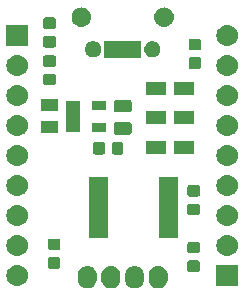
<source format=gts>
G04 #@! TF.GenerationSoftware,KiCad,Pcbnew,(5.1.2)-1*
G04 #@! TF.CreationDate,2020-01-01T10:54:38+09:00*
G04 #@! TF.ProjectId,converter,636f6e76-6572-4746-9572-2e6b69636164,v1.0*
G04 #@! TF.SameCoordinates,Original*
G04 #@! TF.FileFunction,Soldermask,Top*
G04 #@! TF.FilePolarity,Negative*
%FSLAX46Y46*%
G04 Gerber Fmt 4.6, Leading zero omitted, Abs format (unit mm)*
G04 Created by KiCad (PCBNEW (5.1.2)-1) date 2020-01-01 10:54:38*
%MOMM*%
%LPD*%
G04 APERTURE LIST*
%ADD10C,0.100000*%
G04 APERTURE END LIST*
D10*
G36*
X111159376Y-149060764D02*
G01*
X111312525Y-149107221D01*
X111312630Y-149107253D01*
X111453863Y-149182744D01*
X111577659Y-149284341D01*
X111679256Y-149408137D01*
X111754747Y-149549370D01*
X111754748Y-149549373D01*
X111801236Y-149702625D01*
X111813000Y-149822068D01*
X111813000Y-150177933D01*
X111801236Y-150297376D01*
X111781332Y-150362991D01*
X111754747Y-150450630D01*
X111679256Y-150591863D01*
X111577659Y-150715659D01*
X111453863Y-150817256D01*
X111312629Y-150892747D01*
X111312626Y-150892748D01*
X111159375Y-150939236D01*
X111000000Y-150954933D01*
X110840624Y-150939236D01*
X110687373Y-150892748D01*
X110687370Y-150892747D01*
X110546137Y-150817256D01*
X110422341Y-150715659D01*
X110320744Y-150591863D01*
X110245253Y-150450629D01*
X110245252Y-150450626D01*
X110198764Y-150297375D01*
X110190921Y-150217746D01*
X110187000Y-150177933D01*
X110187000Y-149822066D01*
X110198764Y-149702626D01*
X110198764Y-149702624D01*
X110245252Y-149549373D01*
X110245253Y-149549370D01*
X110320744Y-149408137D01*
X110422341Y-149284341D01*
X110546137Y-149182744D01*
X110687371Y-149107253D01*
X110687476Y-149107221D01*
X110840625Y-149060764D01*
X111000000Y-149045067D01*
X111159376Y-149060764D01*
X111159376Y-149060764D01*
G37*
G36*
X107159376Y-149060764D02*
G01*
X107312525Y-149107221D01*
X107312630Y-149107253D01*
X107453863Y-149182744D01*
X107577659Y-149284341D01*
X107679256Y-149408137D01*
X107754747Y-149549370D01*
X107754748Y-149549373D01*
X107801236Y-149702625D01*
X107813000Y-149822068D01*
X107813000Y-150177933D01*
X107801236Y-150297376D01*
X107781332Y-150362991D01*
X107754747Y-150450630D01*
X107679256Y-150591863D01*
X107577659Y-150715659D01*
X107453863Y-150817256D01*
X107312629Y-150892747D01*
X107312626Y-150892748D01*
X107159375Y-150939236D01*
X107000000Y-150954933D01*
X106840624Y-150939236D01*
X106687373Y-150892748D01*
X106687370Y-150892747D01*
X106546137Y-150817256D01*
X106422341Y-150715659D01*
X106320744Y-150591863D01*
X106245253Y-150450629D01*
X106245252Y-150450626D01*
X106198764Y-150297375D01*
X106190921Y-150217746D01*
X106187000Y-150177933D01*
X106187000Y-149822066D01*
X106198764Y-149702626D01*
X106198764Y-149702624D01*
X106245252Y-149549373D01*
X106245253Y-149549370D01*
X106320744Y-149408137D01*
X106422341Y-149284341D01*
X106546137Y-149182744D01*
X106687371Y-149107253D01*
X106687476Y-149107221D01*
X106840625Y-149060764D01*
X107000000Y-149045067D01*
X107159376Y-149060764D01*
X107159376Y-149060764D01*
G37*
G36*
X105159376Y-149060764D02*
G01*
X105312525Y-149107221D01*
X105312630Y-149107253D01*
X105453863Y-149182744D01*
X105577659Y-149284341D01*
X105679256Y-149408137D01*
X105754747Y-149549370D01*
X105754748Y-149549373D01*
X105801236Y-149702625D01*
X105813000Y-149822068D01*
X105813000Y-150177933D01*
X105801236Y-150297376D01*
X105781332Y-150362991D01*
X105754747Y-150450630D01*
X105679256Y-150591863D01*
X105577659Y-150715659D01*
X105453863Y-150817256D01*
X105312629Y-150892747D01*
X105312626Y-150892748D01*
X105159375Y-150939236D01*
X105000000Y-150954933D01*
X104840624Y-150939236D01*
X104687373Y-150892748D01*
X104687370Y-150892747D01*
X104546137Y-150817256D01*
X104422341Y-150715659D01*
X104320744Y-150591863D01*
X104245253Y-150450629D01*
X104245252Y-150450626D01*
X104198764Y-150297375D01*
X104190921Y-150217746D01*
X104187000Y-150177933D01*
X104187000Y-149822066D01*
X104198764Y-149702626D01*
X104198764Y-149702624D01*
X104245252Y-149549373D01*
X104245253Y-149549370D01*
X104320744Y-149408137D01*
X104422341Y-149284341D01*
X104546137Y-149182744D01*
X104687371Y-149107253D01*
X104687476Y-149107221D01*
X104840625Y-149060764D01*
X105000000Y-149045067D01*
X105159376Y-149060764D01*
X105159376Y-149060764D01*
G37*
G36*
X109159376Y-149060764D02*
G01*
X109312525Y-149107221D01*
X109312630Y-149107253D01*
X109453863Y-149182744D01*
X109577659Y-149284341D01*
X109679256Y-149408137D01*
X109754747Y-149549370D01*
X109754748Y-149549373D01*
X109801236Y-149702625D01*
X109813000Y-149822068D01*
X109813000Y-150177933D01*
X109801236Y-150297376D01*
X109781332Y-150362991D01*
X109754747Y-150450630D01*
X109679256Y-150591863D01*
X109577659Y-150715659D01*
X109453863Y-150817256D01*
X109312629Y-150892747D01*
X109312626Y-150892748D01*
X109159375Y-150939236D01*
X109000000Y-150954933D01*
X108840624Y-150939236D01*
X108687373Y-150892748D01*
X108687370Y-150892747D01*
X108546137Y-150817256D01*
X108422341Y-150715659D01*
X108320744Y-150591863D01*
X108245253Y-150450629D01*
X108245252Y-150450626D01*
X108198764Y-150297375D01*
X108190921Y-150217746D01*
X108187000Y-150177933D01*
X108187000Y-149822066D01*
X108198764Y-149702626D01*
X108198764Y-149702624D01*
X108245252Y-149549373D01*
X108245253Y-149549370D01*
X108320744Y-149408137D01*
X108422341Y-149284341D01*
X108546137Y-149182744D01*
X108687371Y-149107253D01*
X108687476Y-149107221D01*
X108840625Y-149060764D01*
X109000000Y-149045067D01*
X109159376Y-149060764D01*
X109159376Y-149060764D01*
G37*
G36*
X117741000Y-150761000D02*
G01*
X115939000Y-150761000D01*
X115939000Y-148959000D01*
X117741000Y-148959000D01*
X117741000Y-150761000D01*
X117741000Y-150761000D01*
G37*
G36*
X99170443Y-148965519D02*
G01*
X99236627Y-148972037D01*
X99406466Y-149023557D01*
X99562991Y-149107222D01*
X99598729Y-149136552D01*
X99700186Y-149219814D01*
X99781790Y-149319250D01*
X99812778Y-149357009D01*
X99896443Y-149513534D01*
X99947963Y-149683373D01*
X99965359Y-149860000D01*
X99947963Y-150036627D01*
X99896443Y-150206466D01*
X99812778Y-150362991D01*
X99783448Y-150398729D01*
X99700186Y-150500186D01*
X99598729Y-150583448D01*
X99562991Y-150612778D01*
X99406466Y-150696443D01*
X99236627Y-150747963D01*
X99170443Y-150754481D01*
X99104260Y-150761000D01*
X99015740Y-150761000D01*
X98949557Y-150754481D01*
X98883373Y-150747963D01*
X98713534Y-150696443D01*
X98557009Y-150612778D01*
X98521271Y-150583448D01*
X98419814Y-150500186D01*
X98336552Y-150398729D01*
X98307222Y-150362991D01*
X98223557Y-150206466D01*
X98172037Y-150036627D01*
X98154641Y-149860000D01*
X98172037Y-149683373D01*
X98223557Y-149513534D01*
X98307222Y-149357009D01*
X98338210Y-149319250D01*
X98419814Y-149219814D01*
X98521271Y-149136552D01*
X98557009Y-149107222D01*
X98713534Y-149023557D01*
X98883373Y-148972037D01*
X98949557Y-148965519D01*
X99015740Y-148959000D01*
X99104260Y-148959000D01*
X99170443Y-148965519D01*
X99170443Y-148965519D01*
G37*
G36*
X114379591Y-148590585D02*
G01*
X114413569Y-148600893D01*
X114444890Y-148617634D01*
X114472339Y-148640161D01*
X114494866Y-148667610D01*
X114511607Y-148698931D01*
X114521915Y-148732909D01*
X114526000Y-148774390D01*
X114526000Y-149375610D01*
X114521915Y-149417091D01*
X114511607Y-149451069D01*
X114494866Y-149482390D01*
X114472339Y-149509839D01*
X114444890Y-149532366D01*
X114413569Y-149549107D01*
X114379591Y-149559415D01*
X114338110Y-149563500D01*
X113661890Y-149563500D01*
X113620409Y-149559415D01*
X113586431Y-149549107D01*
X113555110Y-149532366D01*
X113527661Y-149509839D01*
X113505134Y-149482390D01*
X113488393Y-149451069D01*
X113478085Y-149417091D01*
X113474000Y-149375610D01*
X113474000Y-148774390D01*
X113478085Y-148732909D01*
X113488393Y-148698931D01*
X113505134Y-148667610D01*
X113527661Y-148640161D01*
X113555110Y-148617634D01*
X113586431Y-148600893D01*
X113620409Y-148590585D01*
X113661890Y-148586500D01*
X114338110Y-148586500D01*
X114379591Y-148590585D01*
X114379591Y-148590585D01*
G37*
G36*
X102579591Y-148315085D02*
G01*
X102613569Y-148325393D01*
X102644890Y-148342134D01*
X102672339Y-148364661D01*
X102694866Y-148392110D01*
X102711607Y-148423431D01*
X102721915Y-148457409D01*
X102726000Y-148498890D01*
X102726000Y-149100110D01*
X102721915Y-149141591D01*
X102711607Y-149175569D01*
X102694866Y-149206890D01*
X102672339Y-149234339D01*
X102644890Y-149256866D01*
X102613569Y-149273607D01*
X102579591Y-149283915D01*
X102538110Y-149288000D01*
X101861890Y-149288000D01*
X101820409Y-149283915D01*
X101786431Y-149273607D01*
X101755110Y-149256866D01*
X101727661Y-149234339D01*
X101705134Y-149206890D01*
X101688393Y-149175569D01*
X101678085Y-149141591D01*
X101674000Y-149100110D01*
X101674000Y-148498890D01*
X101678085Y-148457409D01*
X101688393Y-148423431D01*
X101705134Y-148392110D01*
X101727661Y-148364661D01*
X101755110Y-148342134D01*
X101786431Y-148325393D01*
X101820409Y-148315085D01*
X101861890Y-148311000D01*
X102538110Y-148311000D01*
X102579591Y-148315085D01*
X102579591Y-148315085D01*
G37*
G36*
X99170442Y-146425518D02*
G01*
X99236627Y-146432037D01*
X99406466Y-146483557D01*
X99562991Y-146567222D01*
X99598729Y-146596552D01*
X99700186Y-146679814D01*
X99780078Y-146777164D01*
X99812778Y-146817009D01*
X99896443Y-146973534D01*
X99947963Y-147143373D01*
X99965359Y-147320000D01*
X99947963Y-147496627D01*
X99906931Y-147631890D01*
X99896442Y-147666468D01*
X99881508Y-147694408D01*
X99812778Y-147822991D01*
X99800690Y-147837720D01*
X99700186Y-147960186D01*
X99598729Y-148043448D01*
X99562991Y-148072778D01*
X99406466Y-148156443D01*
X99236627Y-148207963D01*
X99170442Y-148214482D01*
X99104260Y-148221000D01*
X99015740Y-148221000D01*
X98949558Y-148214482D01*
X98883373Y-148207963D01*
X98713534Y-148156443D01*
X98557009Y-148072778D01*
X98521271Y-148043448D01*
X98419814Y-147960186D01*
X98319310Y-147837720D01*
X98307222Y-147822991D01*
X98238492Y-147694408D01*
X98223558Y-147666468D01*
X98213069Y-147631890D01*
X98172037Y-147496627D01*
X98154641Y-147320000D01*
X98172037Y-147143373D01*
X98223557Y-146973534D01*
X98307222Y-146817009D01*
X98339922Y-146777164D01*
X98419814Y-146679814D01*
X98521271Y-146596552D01*
X98557009Y-146567222D01*
X98713534Y-146483557D01*
X98883373Y-146432037D01*
X98949558Y-146425518D01*
X99015740Y-146419000D01*
X99104260Y-146419000D01*
X99170442Y-146425518D01*
X99170442Y-146425518D01*
G37*
G36*
X116950442Y-146425518D02*
G01*
X117016627Y-146432037D01*
X117186466Y-146483557D01*
X117342991Y-146567222D01*
X117378729Y-146596552D01*
X117480186Y-146679814D01*
X117560078Y-146777164D01*
X117592778Y-146817009D01*
X117676443Y-146973534D01*
X117727963Y-147143373D01*
X117745359Y-147320000D01*
X117727963Y-147496627D01*
X117686931Y-147631890D01*
X117676442Y-147666468D01*
X117661508Y-147694408D01*
X117592778Y-147822991D01*
X117580690Y-147837720D01*
X117480186Y-147960186D01*
X117378729Y-148043448D01*
X117342991Y-148072778D01*
X117186466Y-148156443D01*
X117016627Y-148207963D01*
X116950442Y-148214482D01*
X116884260Y-148221000D01*
X116795740Y-148221000D01*
X116729558Y-148214482D01*
X116663373Y-148207963D01*
X116493534Y-148156443D01*
X116337009Y-148072778D01*
X116301271Y-148043448D01*
X116199814Y-147960186D01*
X116099310Y-147837720D01*
X116087222Y-147822991D01*
X116018492Y-147694408D01*
X116003558Y-147666468D01*
X115993069Y-147631890D01*
X115952037Y-147496627D01*
X115934641Y-147320000D01*
X115952037Y-147143373D01*
X116003557Y-146973534D01*
X116087222Y-146817009D01*
X116119922Y-146777164D01*
X116199814Y-146679814D01*
X116301271Y-146596552D01*
X116337009Y-146567222D01*
X116493534Y-146483557D01*
X116663373Y-146432037D01*
X116729558Y-146425518D01*
X116795740Y-146419000D01*
X116884260Y-146419000D01*
X116950442Y-146425518D01*
X116950442Y-146425518D01*
G37*
G36*
X114379591Y-147015585D02*
G01*
X114413569Y-147025893D01*
X114444890Y-147042634D01*
X114472339Y-147065161D01*
X114494866Y-147092610D01*
X114511607Y-147123931D01*
X114521915Y-147157909D01*
X114526000Y-147199390D01*
X114526000Y-147800610D01*
X114521915Y-147842091D01*
X114511607Y-147876069D01*
X114494866Y-147907390D01*
X114472339Y-147934839D01*
X114444890Y-147957366D01*
X114413569Y-147974107D01*
X114379591Y-147984415D01*
X114338110Y-147988500D01*
X113661890Y-147988500D01*
X113620409Y-147984415D01*
X113586431Y-147974107D01*
X113555110Y-147957366D01*
X113527661Y-147934839D01*
X113505134Y-147907390D01*
X113488393Y-147876069D01*
X113478085Y-147842091D01*
X113474000Y-147800610D01*
X113474000Y-147199390D01*
X113478085Y-147157909D01*
X113488393Y-147123931D01*
X113505134Y-147092610D01*
X113527661Y-147065161D01*
X113555110Y-147042634D01*
X113586431Y-147025893D01*
X113620409Y-147015585D01*
X113661890Y-147011500D01*
X114338110Y-147011500D01*
X114379591Y-147015585D01*
X114379591Y-147015585D01*
G37*
G36*
X102579591Y-146740085D02*
G01*
X102613569Y-146750393D01*
X102644890Y-146767134D01*
X102672339Y-146789661D01*
X102694866Y-146817110D01*
X102711607Y-146848431D01*
X102721915Y-146882409D01*
X102726000Y-146923890D01*
X102726000Y-147525110D01*
X102721915Y-147566591D01*
X102711607Y-147600569D01*
X102694866Y-147631890D01*
X102672339Y-147659339D01*
X102644890Y-147681866D01*
X102613569Y-147698607D01*
X102579591Y-147708915D01*
X102538110Y-147713000D01*
X101861890Y-147713000D01*
X101820409Y-147708915D01*
X101786431Y-147698607D01*
X101755110Y-147681866D01*
X101727661Y-147659339D01*
X101705134Y-147631890D01*
X101688393Y-147600569D01*
X101678085Y-147566591D01*
X101674000Y-147525110D01*
X101674000Y-146923890D01*
X101678085Y-146882409D01*
X101688393Y-146848431D01*
X101705134Y-146817110D01*
X101727661Y-146789661D01*
X101755110Y-146767134D01*
X101786431Y-146750393D01*
X101820409Y-146740085D01*
X101861890Y-146736000D01*
X102538110Y-146736000D01*
X102579591Y-146740085D01*
X102579591Y-146740085D01*
G37*
G36*
X106751000Y-146651000D02*
G01*
X105149000Y-146651000D01*
X105149000Y-141549000D01*
X106751000Y-141549000D01*
X106751000Y-146651000D01*
X106751000Y-146651000D01*
G37*
G36*
X112651000Y-146651000D02*
G01*
X111049000Y-146651000D01*
X111049000Y-141549000D01*
X112651000Y-141549000D01*
X112651000Y-146651000D01*
X112651000Y-146651000D01*
G37*
G36*
X116950443Y-143885519D02*
G01*
X117016627Y-143892037D01*
X117186466Y-143943557D01*
X117186468Y-143943558D01*
X117261379Y-143983599D01*
X117342991Y-144027222D01*
X117371964Y-144051000D01*
X117480186Y-144139814D01*
X117563448Y-144241271D01*
X117592778Y-144277009D01*
X117676443Y-144433534D01*
X117727963Y-144603373D01*
X117745359Y-144780000D01*
X117727963Y-144956627D01*
X117676443Y-145126466D01*
X117592778Y-145282991D01*
X117563448Y-145318729D01*
X117480186Y-145420186D01*
X117378729Y-145503448D01*
X117342991Y-145532778D01*
X117186466Y-145616443D01*
X117016627Y-145667963D01*
X116950443Y-145674481D01*
X116884260Y-145681000D01*
X116795740Y-145681000D01*
X116729557Y-145674481D01*
X116663373Y-145667963D01*
X116493534Y-145616443D01*
X116337009Y-145532778D01*
X116301271Y-145503448D01*
X116199814Y-145420186D01*
X116116552Y-145318729D01*
X116087222Y-145282991D01*
X116003557Y-145126466D01*
X115952037Y-144956627D01*
X115934641Y-144780000D01*
X115952037Y-144603373D01*
X116003557Y-144433534D01*
X116087222Y-144277009D01*
X116116552Y-144241271D01*
X116199814Y-144139814D01*
X116308036Y-144051000D01*
X116337009Y-144027222D01*
X116418621Y-143983599D01*
X116493532Y-143943558D01*
X116493534Y-143943557D01*
X116663373Y-143892037D01*
X116729557Y-143885519D01*
X116795740Y-143879000D01*
X116884260Y-143879000D01*
X116950443Y-143885519D01*
X116950443Y-143885519D01*
G37*
G36*
X99170443Y-143885519D02*
G01*
X99236627Y-143892037D01*
X99406466Y-143943557D01*
X99406468Y-143943558D01*
X99481379Y-143983599D01*
X99562991Y-144027222D01*
X99591964Y-144051000D01*
X99700186Y-144139814D01*
X99783448Y-144241271D01*
X99812778Y-144277009D01*
X99896443Y-144433534D01*
X99947963Y-144603373D01*
X99965359Y-144780000D01*
X99947963Y-144956627D01*
X99896443Y-145126466D01*
X99812778Y-145282991D01*
X99783448Y-145318729D01*
X99700186Y-145420186D01*
X99598729Y-145503448D01*
X99562991Y-145532778D01*
X99406466Y-145616443D01*
X99236627Y-145667963D01*
X99170443Y-145674481D01*
X99104260Y-145681000D01*
X99015740Y-145681000D01*
X98949557Y-145674481D01*
X98883373Y-145667963D01*
X98713534Y-145616443D01*
X98557009Y-145532778D01*
X98521271Y-145503448D01*
X98419814Y-145420186D01*
X98336552Y-145318729D01*
X98307222Y-145282991D01*
X98223557Y-145126466D01*
X98172037Y-144956627D01*
X98154641Y-144780000D01*
X98172037Y-144603373D01*
X98223557Y-144433534D01*
X98307222Y-144277009D01*
X98336552Y-144241271D01*
X98419814Y-144139814D01*
X98528036Y-144051000D01*
X98557009Y-144027222D01*
X98638621Y-143983599D01*
X98713532Y-143943558D01*
X98713534Y-143943557D01*
X98883373Y-143892037D01*
X98949557Y-143885519D01*
X99015740Y-143879000D01*
X99104260Y-143879000D01*
X99170443Y-143885519D01*
X99170443Y-143885519D01*
G37*
G36*
X114379591Y-143791085D02*
G01*
X114413569Y-143801393D01*
X114444890Y-143818134D01*
X114472339Y-143840661D01*
X114494866Y-143868110D01*
X114511607Y-143899431D01*
X114521915Y-143933409D01*
X114526000Y-143974890D01*
X114526000Y-144576110D01*
X114521915Y-144617591D01*
X114511607Y-144651569D01*
X114494866Y-144682890D01*
X114472339Y-144710339D01*
X114444890Y-144732866D01*
X114413569Y-144749607D01*
X114379591Y-144759915D01*
X114338110Y-144764000D01*
X113661890Y-144764000D01*
X113620409Y-144759915D01*
X113586431Y-144749607D01*
X113555110Y-144732866D01*
X113527661Y-144710339D01*
X113505134Y-144682890D01*
X113488393Y-144651569D01*
X113478085Y-144617591D01*
X113474000Y-144576110D01*
X113474000Y-143974890D01*
X113478085Y-143933409D01*
X113488393Y-143899431D01*
X113505134Y-143868110D01*
X113527661Y-143840661D01*
X113555110Y-143818134D01*
X113586431Y-143801393D01*
X113620409Y-143791085D01*
X113661890Y-143787000D01*
X114338110Y-143787000D01*
X114379591Y-143791085D01*
X114379591Y-143791085D01*
G37*
G36*
X114379591Y-142216085D02*
G01*
X114413569Y-142226393D01*
X114444890Y-142243134D01*
X114472339Y-142265661D01*
X114494866Y-142293110D01*
X114511607Y-142324431D01*
X114521915Y-142358409D01*
X114526000Y-142399890D01*
X114526000Y-143001110D01*
X114521915Y-143042591D01*
X114511607Y-143076569D01*
X114494866Y-143107890D01*
X114472339Y-143135339D01*
X114444890Y-143157866D01*
X114413569Y-143174607D01*
X114379591Y-143184915D01*
X114338110Y-143189000D01*
X113661890Y-143189000D01*
X113620409Y-143184915D01*
X113586431Y-143174607D01*
X113555110Y-143157866D01*
X113527661Y-143135339D01*
X113505134Y-143107890D01*
X113488393Y-143076569D01*
X113478085Y-143042591D01*
X113474000Y-143001110D01*
X113474000Y-142399890D01*
X113478085Y-142358409D01*
X113488393Y-142324431D01*
X113505134Y-142293110D01*
X113527661Y-142265661D01*
X113555110Y-142243134D01*
X113586431Y-142226393D01*
X113620409Y-142216085D01*
X113661890Y-142212000D01*
X114338110Y-142212000D01*
X114379591Y-142216085D01*
X114379591Y-142216085D01*
G37*
G36*
X116950442Y-141345518D02*
G01*
X117016627Y-141352037D01*
X117186466Y-141403557D01*
X117342991Y-141487222D01*
X117378729Y-141516552D01*
X117480186Y-141599814D01*
X117563448Y-141701271D01*
X117592778Y-141737009D01*
X117676443Y-141893534D01*
X117727963Y-142063373D01*
X117745359Y-142240000D01*
X117727963Y-142416627D01*
X117676443Y-142586466D01*
X117592778Y-142742991D01*
X117586205Y-142751000D01*
X117480186Y-142880186D01*
X117401513Y-142944750D01*
X117342991Y-142992778D01*
X117186466Y-143076443D01*
X117016627Y-143127963D01*
X116950443Y-143134481D01*
X116884260Y-143141000D01*
X116795740Y-143141000D01*
X116729557Y-143134481D01*
X116663373Y-143127963D01*
X116493534Y-143076443D01*
X116337009Y-142992778D01*
X116278487Y-142944750D01*
X116199814Y-142880186D01*
X116093795Y-142751000D01*
X116087222Y-142742991D01*
X116003557Y-142586466D01*
X115952037Y-142416627D01*
X115934641Y-142240000D01*
X115952037Y-142063373D01*
X116003557Y-141893534D01*
X116087222Y-141737009D01*
X116116552Y-141701271D01*
X116199814Y-141599814D01*
X116301271Y-141516552D01*
X116337009Y-141487222D01*
X116493534Y-141403557D01*
X116663373Y-141352037D01*
X116729558Y-141345518D01*
X116795740Y-141339000D01*
X116884260Y-141339000D01*
X116950442Y-141345518D01*
X116950442Y-141345518D01*
G37*
G36*
X99170442Y-141345518D02*
G01*
X99236627Y-141352037D01*
X99406466Y-141403557D01*
X99562991Y-141487222D01*
X99598729Y-141516552D01*
X99700186Y-141599814D01*
X99783448Y-141701271D01*
X99812778Y-141737009D01*
X99896443Y-141893534D01*
X99947963Y-142063373D01*
X99965359Y-142240000D01*
X99947963Y-142416627D01*
X99896443Y-142586466D01*
X99812778Y-142742991D01*
X99806205Y-142751000D01*
X99700186Y-142880186D01*
X99621513Y-142944750D01*
X99562991Y-142992778D01*
X99406466Y-143076443D01*
X99236627Y-143127963D01*
X99170443Y-143134481D01*
X99104260Y-143141000D01*
X99015740Y-143141000D01*
X98949557Y-143134481D01*
X98883373Y-143127963D01*
X98713534Y-143076443D01*
X98557009Y-142992778D01*
X98498487Y-142944750D01*
X98419814Y-142880186D01*
X98313795Y-142751000D01*
X98307222Y-142742991D01*
X98223557Y-142586466D01*
X98172037Y-142416627D01*
X98154641Y-142240000D01*
X98172037Y-142063373D01*
X98223557Y-141893534D01*
X98307222Y-141737009D01*
X98336552Y-141701271D01*
X98419814Y-141599814D01*
X98521271Y-141516552D01*
X98557009Y-141487222D01*
X98713534Y-141403557D01*
X98883373Y-141352037D01*
X98949558Y-141345518D01*
X99015740Y-141339000D01*
X99104260Y-141339000D01*
X99170442Y-141345518D01*
X99170442Y-141345518D01*
G37*
G36*
X99170442Y-138805518D02*
G01*
X99236627Y-138812037D01*
X99406466Y-138863557D01*
X99562991Y-138947222D01*
X99598729Y-138976552D01*
X99700186Y-139059814D01*
X99783448Y-139161271D01*
X99812778Y-139197009D01*
X99896443Y-139353534D01*
X99947963Y-139523373D01*
X99965359Y-139700000D01*
X99947963Y-139876627D01*
X99896443Y-140046466D01*
X99812778Y-140202991D01*
X99783448Y-140238729D01*
X99700186Y-140340186D01*
X99598729Y-140423448D01*
X99562991Y-140452778D01*
X99406466Y-140536443D01*
X99236627Y-140587963D01*
X99170442Y-140594482D01*
X99104260Y-140601000D01*
X99015740Y-140601000D01*
X98949558Y-140594482D01*
X98883373Y-140587963D01*
X98713534Y-140536443D01*
X98557009Y-140452778D01*
X98521271Y-140423448D01*
X98419814Y-140340186D01*
X98336552Y-140238729D01*
X98307222Y-140202991D01*
X98223557Y-140046466D01*
X98172037Y-139876627D01*
X98154641Y-139700000D01*
X98172037Y-139523373D01*
X98223557Y-139353534D01*
X98307222Y-139197009D01*
X98336552Y-139161271D01*
X98419814Y-139059814D01*
X98521271Y-138976552D01*
X98557009Y-138947222D01*
X98713534Y-138863557D01*
X98883373Y-138812037D01*
X98949558Y-138805518D01*
X99015740Y-138799000D01*
X99104260Y-138799000D01*
X99170442Y-138805518D01*
X99170442Y-138805518D01*
G37*
G36*
X116950442Y-138805518D02*
G01*
X117016627Y-138812037D01*
X117186466Y-138863557D01*
X117342991Y-138947222D01*
X117378729Y-138976552D01*
X117480186Y-139059814D01*
X117563448Y-139161271D01*
X117592778Y-139197009D01*
X117676443Y-139353534D01*
X117727963Y-139523373D01*
X117745359Y-139700000D01*
X117727963Y-139876627D01*
X117676443Y-140046466D01*
X117592778Y-140202991D01*
X117563448Y-140238729D01*
X117480186Y-140340186D01*
X117378729Y-140423448D01*
X117342991Y-140452778D01*
X117186466Y-140536443D01*
X117016627Y-140587963D01*
X116950442Y-140594482D01*
X116884260Y-140601000D01*
X116795740Y-140601000D01*
X116729558Y-140594482D01*
X116663373Y-140587963D01*
X116493534Y-140536443D01*
X116337009Y-140452778D01*
X116301271Y-140423448D01*
X116199814Y-140340186D01*
X116116552Y-140238729D01*
X116087222Y-140202991D01*
X116003557Y-140046466D01*
X115952037Y-139876627D01*
X115934641Y-139700000D01*
X115952037Y-139523373D01*
X116003557Y-139353534D01*
X116087222Y-139197009D01*
X116116552Y-139161271D01*
X116199814Y-139059814D01*
X116301271Y-138976552D01*
X116337009Y-138947222D01*
X116493534Y-138863557D01*
X116663373Y-138812037D01*
X116729558Y-138805518D01*
X116795740Y-138799000D01*
X116884260Y-138799000D01*
X116950442Y-138805518D01*
X116950442Y-138805518D01*
G37*
G36*
X106342591Y-138578085D02*
G01*
X106376569Y-138588393D01*
X106407890Y-138605134D01*
X106435339Y-138627661D01*
X106457866Y-138655110D01*
X106474607Y-138686431D01*
X106484915Y-138720409D01*
X106489000Y-138761890D01*
X106489000Y-139438110D01*
X106484915Y-139479591D01*
X106474607Y-139513569D01*
X106457866Y-139544890D01*
X106435339Y-139572339D01*
X106407890Y-139594866D01*
X106376569Y-139611607D01*
X106342591Y-139621915D01*
X106301110Y-139626000D01*
X105699890Y-139626000D01*
X105658409Y-139621915D01*
X105624431Y-139611607D01*
X105593110Y-139594866D01*
X105565661Y-139572339D01*
X105543134Y-139544890D01*
X105526393Y-139513569D01*
X105516085Y-139479591D01*
X105512000Y-139438110D01*
X105512000Y-138761890D01*
X105516085Y-138720409D01*
X105526393Y-138686431D01*
X105543134Y-138655110D01*
X105565661Y-138627661D01*
X105593110Y-138605134D01*
X105624431Y-138588393D01*
X105658409Y-138578085D01*
X105699890Y-138574000D01*
X106301110Y-138574000D01*
X106342591Y-138578085D01*
X106342591Y-138578085D01*
G37*
G36*
X107917591Y-138578085D02*
G01*
X107951569Y-138588393D01*
X107982890Y-138605134D01*
X108010339Y-138627661D01*
X108032866Y-138655110D01*
X108049607Y-138686431D01*
X108059915Y-138720409D01*
X108064000Y-138761890D01*
X108064000Y-139438110D01*
X108059915Y-139479591D01*
X108049607Y-139513569D01*
X108032866Y-139544890D01*
X108010339Y-139572339D01*
X107982890Y-139594866D01*
X107951569Y-139611607D01*
X107917591Y-139621915D01*
X107876110Y-139626000D01*
X107274890Y-139626000D01*
X107233409Y-139621915D01*
X107199431Y-139611607D01*
X107168110Y-139594866D01*
X107140661Y-139572339D01*
X107118134Y-139544890D01*
X107101393Y-139513569D01*
X107091085Y-139479591D01*
X107087000Y-139438110D01*
X107087000Y-138761890D01*
X107091085Y-138720409D01*
X107101393Y-138686431D01*
X107118134Y-138655110D01*
X107140661Y-138627661D01*
X107168110Y-138605134D01*
X107199431Y-138588393D01*
X107233409Y-138578085D01*
X107274890Y-138574000D01*
X107876110Y-138574000D01*
X107917591Y-138578085D01*
X107917591Y-138578085D01*
G37*
G36*
X111651000Y-139551000D02*
G01*
X109949000Y-139551000D01*
X109949000Y-138449000D01*
X111651000Y-138449000D01*
X111651000Y-139551000D01*
X111651000Y-139551000D01*
G37*
G36*
X114051000Y-139551000D02*
G01*
X112349000Y-139551000D01*
X112349000Y-138449000D01*
X114051000Y-138449000D01*
X114051000Y-139551000D01*
X114051000Y-139551000D01*
G37*
G36*
X116950443Y-136265519D02*
G01*
X117016627Y-136272037D01*
X117186466Y-136323557D01*
X117342991Y-136407222D01*
X117378729Y-136436552D01*
X117480186Y-136519814D01*
X117563448Y-136621271D01*
X117592778Y-136657009D01*
X117592779Y-136657011D01*
X117672618Y-136806377D01*
X117676443Y-136813534D01*
X117727963Y-136983373D01*
X117745359Y-137160000D01*
X117727963Y-137336627D01*
X117676443Y-137506466D01*
X117592778Y-137662991D01*
X117585821Y-137671468D01*
X117480186Y-137800186D01*
X117408350Y-137859139D01*
X117342991Y-137912778D01*
X117186466Y-137996443D01*
X117016627Y-138047963D01*
X116950442Y-138054482D01*
X116884260Y-138061000D01*
X116795740Y-138061000D01*
X116729558Y-138054482D01*
X116663373Y-138047963D01*
X116493534Y-137996443D01*
X116337009Y-137912778D01*
X116271650Y-137859139D01*
X116199814Y-137800186D01*
X116094179Y-137671468D01*
X116087222Y-137662991D01*
X116003557Y-137506466D01*
X115952037Y-137336627D01*
X115934641Y-137160000D01*
X115952037Y-136983373D01*
X116003557Y-136813534D01*
X116007383Y-136806377D01*
X116087221Y-136657011D01*
X116087222Y-136657009D01*
X116116552Y-136621271D01*
X116199814Y-136519814D01*
X116301271Y-136436552D01*
X116337009Y-136407222D01*
X116493534Y-136323557D01*
X116663373Y-136272037D01*
X116729557Y-136265519D01*
X116795740Y-136259000D01*
X116884260Y-136259000D01*
X116950443Y-136265519D01*
X116950443Y-136265519D01*
G37*
G36*
X99170443Y-136265519D02*
G01*
X99236627Y-136272037D01*
X99406466Y-136323557D01*
X99562991Y-136407222D01*
X99598729Y-136436552D01*
X99700186Y-136519814D01*
X99783448Y-136621271D01*
X99812778Y-136657009D01*
X99812779Y-136657011D01*
X99892618Y-136806377D01*
X99896443Y-136813534D01*
X99947963Y-136983373D01*
X99965359Y-137160000D01*
X99947963Y-137336627D01*
X99896443Y-137506466D01*
X99812778Y-137662991D01*
X99805821Y-137671468D01*
X99700186Y-137800186D01*
X99628350Y-137859139D01*
X99562991Y-137912778D01*
X99406466Y-137996443D01*
X99236627Y-138047963D01*
X99170442Y-138054482D01*
X99104260Y-138061000D01*
X99015740Y-138061000D01*
X98949558Y-138054482D01*
X98883373Y-138047963D01*
X98713534Y-137996443D01*
X98557009Y-137912778D01*
X98491650Y-137859139D01*
X98419814Y-137800186D01*
X98314179Y-137671468D01*
X98307222Y-137662991D01*
X98223557Y-137506466D01*
X98172037Y-137336627D01*
X98154641Y-137160000D01*
X98172037Y-136983373D01*
X98223557Y-136813534D01*
X98227383Y-136806377D01*
X98307221Y-136657011D01*
X98307222Y-136657009D01*
X98336552Y-136621271D01*
X98419814Y-136519814D01*
X98521271Y-136436552D01*
X98557009Y-136407222D01*
X98713534Y-136323557D01*
X98883373Y-136272037D01*
X98949557Y-136265519D01*
X99015740Y-136259000D01*
X99104260Y-136259000D01*
X99170443Y-136265519D01*
X99170443Y-136265519D01*
G37*
G36*
X108584468Y-136865565D02*
G01*
X108623138Y-136877296D01*
X108658777Y-136896346D01*
X108690017Y-136921983D01*
X108715654Y-136953223D01*
X108734704Y-136988862D01*
X108746435Y-137027532D01*
X108751000Y-137073888D01*
X108751000Y-137725112D01*
X108746435Y-137771468D01*
X108734704Y-137810138D01*
X108715654Y-137845777D01*
X108690017Y-137877017D01*
X108658777Y-137902654D01*
X108623138Y-137921704D01*
X108584468Y-137933435D01*
X108538112Y-137938000D01*
X107461888Y-137938000D01*
X107415532Y-137933435D01*
X107376862Y-137921704D01*
X107341223Y-137902654D01*
X107309983Y-137877017D01*
X107284346Y-137845777D01*
X107265296Y-137810138D01*
X107253565Y-137771468D01*
X107249000Y-137725112D01*
X107249000Y-137073888D01*
X107253565Y-137027532D01*
X107265296Y-136988862D01*
X107284346Y-136953223D01*
X107309983Y-136921983D01*
X107341223Y-136896346D01*
X107376862Y-136877296D01*
X107415532Y-136865565D01*
X107461888Y-136861000D01*
X108538112Y-136861000D01*
X108584468Y-136865565D01*
X108584468Y-136865565D01*
G37*
G36*
X102384468Y-136765565D02*
G01*
X102423138Y-136777296D01*
X102458777Y-136796346D01*
X102490017Y-136821983D01*
X102515654Y-136853223D01*
X102534704Y-136888862D01*
X102546435Y-136927532D01*
X102551000Y-136973888D01*
X102551000Y-137625112D01*
X102546435Y-137671468D01*
X102534704Y-137710138D01*
X102515654Y-137745777D01*
X102490017Y-137777017D01*
X102458777Y-137802654D01*
X102423138Y-137821704D01*
X102384468Y-137833435D01*
X102338112Y-137838000D01*
X101261888Y-137838000D01*
X101215532Y-137833435D01*
X101176862Y-137821704D01*
X101141223Y-137802654D01*
X101109983Y-137777017D01*
X101084346Y-137745777D01*
X101065296Y-137710138D01*
X101053565Y-137671468D01*
X101049000Y-137625112D01*
X101049000Y-136973888D01*
X101053565Y-136927532D01*
X101065296Y-136888862D01*
X101084346Y-136853223D01*
X101109983Y-136821983D01*
X101141223Y-136796346D01*
X101176862Y-136777296D01*
X101215532Y-136765565D01*
X101261888Y-136761000D01*
X102338112Y-136761000D01*
X102384468Y-136765565D01*
X102384468Y-136765565D01*
G37*
G36*
X104381000Y-137726000D02*
G01*
X103219000Y-137726000D01*
X103219000Y-135074000D01*
X104381000Y-135074000D01*
X104381000Y-137726000D01*
X104381000Y-137726000D01*
G37*
G36*
X106581000Y-137726000D02*
G01*
X105419000Y-137726000D01*
X105419000Y-136974000D01*
X106581000Y-136974000D01*
X106581000Y-137726000D01*
X106581000Y-137726000D01*
G37*
G36*
X114051000Y-137051000D02*
G01*
X112349000Y-137051000D01*
X112349000Y-135949000D01*
X114051000Y-135949000D01*
X114051000Y-137051000D01*
X114051000Y-137051000D01*
G37*
G36*
X111651000Y-137051000D02*
G01*
X109949000Y-137051000D01*
X109949000Y-135949000D01*
X111651000Y-135949000D01*
X111651000Y-137051000D01*
X111651000Y-137051000D01*
G37*
G36*
X108584468Y-134990565D02*
G01*
X108623138Y-135002296D01*
X108658777Y-135021346D01*
X108690017Y-135046983D01*
X108715654Y-135078223D01*
X108734704Y-135113862D01*
X108746435Y-135152532D01*
X108751000Y-135198888D01*
X108751000Y-135850112D01*
X108746435Y-135896468D01*
X108734704Y-135935138D01*
X108715654Y-135970777D01*
X108690017Y-136002017D01*
X108658777Y-136027654D01*
X108623138Y-136046704D01*
X108584468Y-136058435D01*
X108538112Y-136063000D01*
X107461888Y-136063000D01*
X107415532Y-136058435D01*
X107376862Y-136046704D01*
X107341223Y-136027654D01*
X107309983Y-136002017D01*
X107284346Y-135970777D01*
X107265296Y-135935138D01*
X107253565Y-135896468D01*
X107249000Y-135850112D01*
X107249000Y-135198888D01*
X107253565Y-135152532D01*
X107265296Y-135113862D01*
X107284346Y-135078223D01*
X107309983Y-135046983D01*
X107341223Y-135021346D01*
X107376862Y-135002296D01*
X107415532Y-134990565D01*
X107461888Y-134986000D01*
X108538112Y-134986000D01*
X108584468Y-134990565D01*
X108584468Y-134990565D01*
G37*
G36*
X102384468Y-134890565D02*
G01*
X102423138Y-134902296D01*
X102458777Y-134921346D01*
X102490017Y-134946983D01*
X102515654Y-134978223D01*
X102534704Y-135013862D01*
X102546435Y-135052532D01*
X102551000Y-135098888D01*
X102551000Y-135750112D01*
X102546435Y-135796468D01*
X102534704Y-135835138D01*
X102515654Y-135870777D01*
X102490017Y-135902017D01*
X102458777Y-135927654D01*
X102423138Y-135946704D01*
X102384468Y-135958435D01*
X102338112Y-135963000D01*
X101261888Y-135963000D01*
X101215532Y-135958435D01*
X101176862Y-135946704D01*
X101141223Y-135927654D01*
X101109983Y-135902017D01*
X101084346Y-135870777D01*
X101065296Y-135835138D01*
X101053565Y-135796468D01*
X101049000Y-135750112D01*
X101049000Y-135098888D01*
X101053565Y-135052532D01*
X101065296Y-135013862D01*
X101084346Y-134978223D01*
X101109983Y-134946983D01*
X101141223Y-134921346D01*
X101176862Y-134902296D01*
X101215532Y-134890565D01*
X101261888Y-134886000D01*
X102338112Y-134886000D01*
X102384468Y-134890565D01*
X102384468Y-134890565D01*
G37*
G36*
X106581000Y-135826000D02*
G01*
X105419000Y-135826000D01*
X105419000Y-135074000D01*
X106581000Y-135074000D01*
X106581000Y-135826000D01*
X106581000Y-135826000D01*
G37*
G36*
X116950443Y-133725519D02*
G01*
X117016627Y-133732037D01*
X117186466Y-133783557D01*
X117342991Y-133867222D01*
X117378729Y-133896552D01*
X117480186Y-133979814D01*
X117563448Y-134081271D01*
X117592778Y-134117009D01*
X117676443Y-134273534D01*
X117727963Y-134443373D01*
X117745359Y-134620000D01*
X117727963Y-134796627D01*
X117676443Y-134966466D01*
X117592778Y-135122991D01*
X117563448Y-135158729D01*
X117480186Y-135260186D01*
X117378729Y-135343448D01*
X117342991Y-135372778D01*
X117186466Y-135456443D01*
X117016627Y-135507963D01*
X116950443Y-135514481D01*
X116884260Y-135521000D01*
X116795740Y-135521000D01*
X116729557Y-135514481D01*
X116663373Y-135507963D01*
X116493534Y-135456443D01*
X116337009Y-135372778D01*
X116301271Y-135343448D01*
X116199814Y-135260186D01*
X116116552Y-135158729D01*
X116087222Y-135122991D01*
X116003557Y-134966466D01*
X115952037Y-134796627D01*
X115934641Y-134620000D01*
X115952037Y-134443373D01*
X116003557Y-134273534D01*
X116087222Y-134117009D01*
X116116552Y-134081271D01*
X116199814Y-133979814D01*
X116301271Y-133896552D01*
X116337009Y-133867222D01*
X116493534Y-133783557D01*
X116663373Y-133732037D01*
X116729557Y-133725519D01*
X116795740Y-133719000D01*
X116884260Y-133719000D01*
X116950443Y-133725519D01*
X116950443Y-133725519D01*
G37*
G36*
X99170443Y-133725519D02*
G01*
X99236627Y-133732037D01*
X99406466Y-133783557D01*
X99562991Y-133867222D01*
X99598729Y-133896552D01*
X99700186Y-133979814D01*
X99783448Y-134081271D01*
X99812778Y-134117009D01*
X99896443Y-134273534D01*
X99947963Y-134443373D01*
X99965359Y-134620000D01*
X99947963Y-134796627D01*
X99896443Y-134966466D01*
X99812778Y-135122991D01*
X99783448Y-135158729D01*
X99700186Y-135260186D01*
X99598729Y-135343448D01*
X99562991Y-135372778D01*
X99406466Y-135456443D01*
X99236627Y-135507963D01*
X99170443Y-135514481D01*
X99104260Y-135521000D01*
X99015740Y-135521000D01*
X98949557Y-135514481D01*
X98883373Y-135507963D01*
X98713534Y-135456443D01*
X98557009Y-135372778D01*
X98521271Y-135343448D01*
X98419814Y-135260186D01*
X98336552Y-135158729D01*
X98307222Y-135122991D01*
X98223557Y-134966466D01*
X98172037Y-134796627D01*
X98154641Y-134620000D01*
X98172037Y-134443373D01*
X98223557Y-134273534D01*
X98307222Y-134117009D01*
X98336552Y-134081271D01*
X98419814Y-133979814D01*
X98521271Y-133896552D01*
X98557009Y-133867222D01*
X98713534Y-133783557D01*
X98883373Y-133732037D01*
X98949557Y-133725519D01*
X99015740Y-133719000D01*
X99104260Y-133719000D01*
X99170443Y-133725519D01*
X99170443Y-133725519D01*
G37*
G36*
X111651000Y-134551000D02*
G01*
X109949000Y-134551000D01*
X109949000Y-133449000D01*
X111651000Y-133449000D01*
X111651000Y-134551000D01*
X111651000Y-134551000D01*
G37*
G36*
X114051000Y-134551000D02*
G01*
X112349000Y-134551000D01*
X112349000Y-133449000D01*
X114051000Y-133449000D01*
X114051000Y-134551000D01*
X114051000Y-134551000D01*
G37*
G36*
X102179591Y-132791085D02*
G01*
X102213569Y-132801393D01*
X102244890Y-132818134D01*
X102272339Y-132840661D01*
X102294866Y-132868110D01*
X102311607Y-132899431D01*
X102321915Y-132933409D01*
X102326000Y-132974890D01*
X102326000Y-133576110D01*
X102321915Y-133617591D01*
X102311607Y-133651569D01*
X102294866Y-133682890D01*
X102272339Y-133710339D01*
X102244890Y-133732866D01*
X102213569Y-133749607D01*
X102179591Y-133759915D01*
X102138110Y-133764000D01*
X101461890Y-133764000D01*
X101420409Y-133759915D01*
X101386431Y-133749607D01*
X101355110Y-133732866D01*
X101327661Y-133710339D01*
X101305134Y-133682890D01*
X101288393Y-133651569D01*
X101278085Y-133617591D01*
X101274000Y-133576110D01*
X101274000Y-132974890D01*
X101278085Y-132933409D01*
X101288393Y-132899431D01*
X101305134Y-132868110D01*
X101327661Y-132840661D01*
X101355110Y-132818134D01*
X101386431Y-132801393D01*
X101420409Y-132791085D01*
X101461890Y-132787000D01*
X102138110Y-132787000D01*
X102179591Y-132791085D01*
X102179591Y-132791085D01*
G37*
G36*
X116950442Y-131185518D02*
G01*
X117016627Y-131192037D01*
X117186466Y-131243557D01*
X117342991Y-131327222D01*
X117378729Y-131356552D01*
X117480186Y-131439814D01*
X117556996Y-131533409D01*
X117592778Y-131577009D01*
X117676443Y-131733534D01*
X117727963Y-131903373D01*
X117745359Y-132080000D01*
X117727963Y-132256627D01*
X117676443Y-132426466D01*
X117592778Y-132582991D01*
X117563448Y-132618729D01*
X117480186Y-132720186D01*
X117378729Y-132803448D01*
X117342991Y-132832778D01*
X117186466Y-132916443D01*
X117016627Y-132967963D01*
X116950443Y-132974481D01*
X116884260Y-132981000D01*
X116795740Y-132981000D01*
X116729557Y-132974481D01*
X116663373Y-132967963D01*
X116493534Y-132916443D01*
X116337009Y-132832778D01*
X116301271Y-132803448D01*
X116199814Y-132720186D01*
X116116552Y-132618729D01*
X116087222Y-132582991D01*
X116003557Y-132426466D01*
X115952037Y-132256627D01*
X115934641Y-132080000D01*
X115952037Y-131903373D01*
X116003557Y-131733534D01*
X116087222Y-131577009D01*
X116123004Y-131533409D01*
X116199814Y-131439814D01*
X116301271Y-131356552D01*
X116337009Y-131327222D01*
X116493534Y-131243557D01*
X116663373Y-131192037D01*
X116729558Y-131185518D01*
X116795740Y-131179000D01*
X116884260Y-131179000D01*
X116950442Y-131185518D01*
X116950442Y-131185518D01*
G37*
G36*
X99170442Y-131185518D02*
G01*
X99236627Y-131192037D01*
X99406466Y-131243557D01*
X99562991Y-131327222D01*
X99598729Y-131356552D01*
X99700186Y-131439814D01*
X99776996Y-131533409D01*
X99812778Y-131577009D01*
X99896443Y-131733534D01*
X99947963Y-131903373D01*
X99965359Y-132080000D01*
X99947963Y-132256627D01*
X99896443Y-132426466D01*
X99812778Y-132582991D01*
X99783448Y-132618729D01*
X99700186Y-132720186D01*
X99598729Y-132803448D01*
X99562991Y-132832778D01*
X99406466Y-132916443D01*
X99236627Y-132967963D01*
X99170443Y-132974481D01*
X99104260Y-132981000D01*
X99015740Y-132981000D01*
X98949557Y-132974481D01*
X98883373Y-132967963D01*
X98713534Y-132916443D01*
X98557009Y-132832778D01*
X98521271Y-132803448D01*
X98419814Y-132720186D01*
X98336552Y-132618729D01*
X98307222Y-132582991D01*
X98223557Y-132426466D01*
X98172037Y-132256627D01*
X98154641Y-132080000D01*
X98172037Y-131903373D01*
X98223557Y-131733534D01*
X98307222Y-131577009D01*
X98343004Y-131533409D01*
X98419814Y-131439814D01*
X98521271Y-131356552D01*
X98557009Y-131327222D01*
X98713534Y-131243557D01*
X98883373Y-131192037D01*
X98949558Y-131185518D01*
X99015740Y-131179000D01*
X99104260Y-131179000D01*
X99170442Y-131185518D01*
X99170442Y-131185518D01*
G37*
G36*
X114479591Y-131391085D02*
G01*
X114513569Y-131401393D01*
X114544890Y-131418134D01*
X114572339Y-131440661D01*
X114594866Y-131468110D01*
X114611607Y-131499431D01*
X114621915Y-131533409D01*
X114626000Y-131574890D01*
X114626000Y-132176110D01*
X114621915Y-132217591D01*
X114611607Y-132251569D01*
X114594866Y-132282890D01*
X114572339Y-132310339D01*
X114544890Y-132332866D01*
X114513569Y-132349607D01*
X114479591Y-132359915D01*
X114438110Y-132364000D01*
X113761890Y-132364000D01*
X113720409Y-132359915D01*
X113686431Y-132349607D01*
X113655110Y-132332866D01*
X113627661Y-132310339D01*
X113605134Y-132282890D01*
X113588393Y-132251569D01*
X113578085Y-132217591D01*
X113574000Y-132176110D01*
X113574000Y-131574890D01*
X113578085Y-131533409D01*
X113588393Y-131499431D01*
X113605134Y-131468110D01*
X113627661Y-131440661D01*
X113655110Y-131418134D01*
X113686431Y-131401393D01*
X113720409Y-131391085D01*
X113761890Y-131387000D01*
X114438110Y-131387000D01*
X114479591Y-131391085D01*
X114479591Y-131391085D01*
G37*
G36*
X102179591Y-131216085D02*
G01*
X102213569Y-131226393D01*
X102244890Y-131243134D01*
X102272339Y-131265661D01*
X102294866Y-131293110D01*
X102311607Y-131324431D01*
X102321915Y-131358409D01*
X102326000Y-131399890D01*
X102326000Y-132001110D01*
X102321915Y-132042591D01*
X102311607Y-132076569D01*
X102294866Y-132107890D01*
X102272339Y-132135339D01*
X102244890Y-132157866D01*
X102213569Y-132174607D01*
X102179591Y-132184915D01*
X102138110Y-132189000D01*
X101461890Y-132189000D01*
X101420409Y-132184915D01*
X101386431Y-132174607D01*
X101355110Y-132157866D01*
X101327661Y-132135339D01*
X101305134Y-132107890D01*
X101288393Y-132076569D01*
X101278085Y-132042591D01*
X101274000Y-132001110D01*
X101274000Y-131399890D01*
X101278085Y-131358409D01*
X101288393Y-131324431D01*
X101305134Y-131293110D01*
X101327661Y-131265661D01*
X101355110Y-131243134D01*
X101386431Y-131226393D01*
X101420409Y-131216085D01*
X101461890Y-131212000D01*
X102138110Y-131212000D01*
X102179591Y-131216085D01*
X102179591Y-131216085D01*
G37*
G36*
X109551000Y-131426000D02*
G01*
X106449000Y-131426000D01*
X106449000Y-129974000D01*
X109551000Y-129974000D01*
X109551000Y-131426000D01*
X109551000Y-131426000D01*
G37*
G36*
X110632517Y-130033781D02*
G01*
X110759946Y-130072436D01*
X110877383Y-130135208D01*
X110980317Y-130219683D01*
X111064792Y-130322617D01*
X111127564Y-130440054D01*
X111166219Y-130567483D01*
X111179270Y-130700000D01*
X111166219Y-130832517D01*
X111127564Y-130959946D01*
X111064792Y-131077383D01*
X110980317Y-131180317D01*
X110877383Y-131264792D01*
X110759946Y-131327564D01*
X110632517Y-131366219D01*
X110533205Y-131376000D01*
X110466795Y-131376000D01*
X110367483Y-131366219D01*
X110240054Y-131327564D01*
X110122617Y-131264792D01*
X110019683Y-131180317D01*
X109935208Y-131077383D01*
X109872436Y-130959946D01*
X109833781Y-130832517D01*
X109820730Y-130700000D01*
X109833781Y-130567483D01*
X109872436Y-130440054D01*
X109935208Y-130322617D01*
X110019683Y-130219683D01*
X110122617Y-130135208D01*
X110240054Y-130072436D01*
X110367483Y-130033781D01*
X110466795Y-130024000D01*
X110533205Y-130024000D01*
X110632517Y-130033781D01*
X110632517Y-130033781D01*
G37*
G36*
X105632517Y-130033781D02*
G01*
X105759946Y-130072436D01*
X105877383Y-130135208D01*
X105980317Y-130219683D01*
X106064792Y-130322617D01*
X106127564Y-130440054D01*
X106166219Y-130567483D01*
X106179270Y-130700000D01*
X106166219Y-130832517D01*
X106127564Y-130959946D01*
X106064792Y-131077383D01*
X105980317Y-131180317D01*
X105877383Y-131264792D01*
X105759946Y-131327564D01*
X105632517Y-131366219D01*
X105533205Y-131376000D01*
X105466795Y-131376000D01*
X105367483Y-131366219D01*
X105240054Y-131327564D01*
X105122617Y-131264792D01*
X105019683Y-131180317D01*
X104935208Y-131077383D01*
X104872436Y-130959946D01*
X104833781Y-130832517D01*
X104820730Y-130700000D01*
X104833781Y-130567483D01*
X104872436Y-130440054D01*
X104935208Y-130322617D01*
X105019683Y-130219683D01*
X105122617Y-130135208D01*
X105240054Y-130072436D01*
X105367483Y-130033781D01*
X105466795Y-130024000D01*
X105533205Y-130024000D01*
X105632517Y-130033781D01*
X105632517Y-130033781D01*
G37*
G36*
X114479591Y-129816085D02*
G01*
X114513569Y-129826393D01*
X114544890Y-129843134D01*
X114572339Y-129865661D01*
X114594866Y-129893110D01*
X114611607Y-129924431D01*
X114621915Y-129958409D01*
X114626000Y-129999890D01*
X114626000Y-130601110D01*
X114621915Y-130642591D01*
X114611607Y-130676569D01*
X114594866Y-130707890D01*
X114572339Y-130735339D01*
X114544890Y-130757866D01*
X114513569Y-130774607D01*
X114479591Y-130784915D01*
X114438110Y-130789000D01*
X113761890Y-130789000D01*
X113720409Y-130784915D01*
X113686431Y-130774607D01*
X113655110Y-130757866D01*
X113627661Y-130735339D01*
X113605134Y-130707890D01*
X113588393Y-130676569D01*
X113578085Y-130642591D01*
X113574000Y-130601110D01*
X113574000Y-129999890D01*
X113578085Y-129958409D01*
X113588393Y-129924431D01*
X113605134Y-129893110D01*
X113627661Y-129865661D01*
X113655110Y-129843134D01*
X113686431Y-129826393D01*
X113720409Y-129816085D01*
X113761890Y-129812000D01*
X114438110Y-129812000D01*
X114479591Y-129816085D01*
X114479591Y-129816085D01*
G37*
G36*
X102179591Y-129591085D02*
G01*
X102213569Y-129601393D01*
X102244890Y-129618134D01*
X102272339Y-129640661D01*
X102294866Y-129668110D01*
X102311607Y-129699431D01*
X102321915Y-129733409D01*
X102326000Y-129774890D01*
X102326000Y-130376110D01*
X102321915Y-130417591D01*
X102311607Y-130451569D01*
X102294866Y-130482890D01*
X102272339Y-130510339D01*
X102244890Y-130532866D01*
X102213569Y-130549607D01*
X102179591Y-130559915D01*
X102138110Y-130564000D01*
X101461890Y-130564000D01*
X101420409Y-130559915D01*
X101386431Y-130549607D01*
X101355110Y-130532866D01*
X101327661Y-130510339D01*
X101305134Y-130482890D01*
X101288393Y-130451569D01*
X101278085Y-130417591D01*
X101274000Y-130376110D01*
X101274000Y-129774890D01*
X101278085Y-129733409D01*
X101288393Y-129699431D01*
X101305134Y-129668110D01*
X101327661Y-129640661D01*
X101355110Y-129618134D01*
X101386431Y-129601393D01*
X101420409Y-129591085D01*
X101461890Y-129587000D01*
X102138110Y-129587000D01*
X102179591Y-129591085D01*
X102179591Y-129591085D01*
G37*
G36*
X99961000Y-130441000D02*
G01*
X98159000Y-130441000D01*
X98159000Y-128639000D01*
X99961000Y-128639000D01*
X99961000Y-130441000D01*
X99961000Y-130441000D01*
G37*
G36*
X116950443Y-128645519D02*
G01*
X117016627Y-128652037D01*
X117186466Y-128703557D01*
X117342991Y-128787222D01*
X117359913Y-128801110D01*
X117480186Y-128899814D01*
X117553378Y-128989000D01*
X117592778Y-129037009D01*
X117676443Y-129193534D01*
X117727963Y-129363373D01*
X117745359Y-129540000D01*
X117727963Y-129716627D01*
X117676443Y-129886466D01*
X117592778Y-130042991D01*
X117568613Y-130072436D01*
X117480186Y-130180186D01*
X117378729Y-130263448D01*
X117342991Y-130292778D01*
X117186466Y-130376443D01*
X117016627Y-130427963D01*
X116950443Y-130434481D01*
X116884260Y-130441000D01*
X116795740Y-130441000D01*
X116729557Y-130434481D01*
X116663373Y-130427963D01*
X116493534Y-130376443D01*
X116337009Y-130292778D01*
X116301271Y-130263448D01*
X116199814Y-130180186D01*
X116111387Y-130072436D01*
X116087222Y-130042991D01*
X116003557Y-129886466D01*
X115952037Y-129716627D01*
X115934641Y-129540000D01*
X115952037Y-129363373D01*
X116003557Y-129193534D01*
X116087222Y-129037009D01*
X116126622Y-128989000D01*
X116199814Y-128899814D01*
X116320087Y-128801110D01*
X116337009Y-128787222D01*
X116493534Y-128703557D01*
X116663373Y-128652037D01*
X116729557Y-128645519D01*
X116795740Y-128639000D01*
X116884260Y-128639000D01*
X116950443Y-128645519D01*
X116950443Y-128645519D01*
G37*
G36*
X102179591Y-128016085D02*
G01*
X102213569Y-128026393D01*
X102244890Y-128043134D01*
X102272339Y-128065661D01*
X102294866Y-128093110D01*
X102311607Y-128124431D01*
X102321915Y-128158409D01*
X102326000Y-128199890D01*
X102326000Y-128801110D01*
X102321915Y-128842591D01*
X102311607Y-128876569D01*
X102294866Y-128907890D01*
X102272339Y-128935339D01*
X102244890Y-128957866D01*
X102213569Y-128974607D01*
X102179591Y-128984915D01*
X102138110Y-128989000D01*
X101461890Y-128989000D01*
X101420409Y-128984915D01*
X101386431Y-128974607D01*
X101355110Y-128957866D01*
X101327661Y-128935339D01*
X101305134Y-128907890D01*
X101288393Y-128876569D01*
X101278085Y-128842591D01*
X101274000Y-128801110D01*
X101274000Y-128199890D01*
X101278085Y-128158409D01*
X101288393Y-128124431D01*
X101305134Y-128093110D01*
X101327661Y-128065661D01*
X101355110Y-128043134D01*
X101386431Y-128026393D01*
X101420409Y-128016085D01*
X101461890Y-128012000D01*
X102138110Y-128012000D01*
X102179591Y-128016085D01*
X102179591Y-128016085D01*
G37*
G36*
X111601248Y-127179976D02*
G01*
X111661924Y-127185952D01*
X111817626Y-127233184D01*
X111817628Y-127233185D01*
X111961121Y-127309883D01*
X112086896Y-127413104D01*
X112190117Y-127538879D01*
X112266815Y-127682372D01*
X112266816Y-127682374D01*
X112314048Y-127838076D01*
X112329996Y-128000000D01*
X112314048Y-128161924D01*
X112313788Y-128162780D01*
X112266815Y-128317628D01*
X112190117Y-128461121D01*
X112086896Y-128586896D01*
X111961121Y-128690117D01*
X111817628Y-128766815D01*
X111817626Y-128766816D01*
X111661924Y-128814048D01*
X111601248Y-128820024D01*
X111540574Y-128826000D01*
X111459426Y-128826000D01*
X111398752Y-128820024D01*
X111338076Y-128814048D01*
X111182374Y-128766816D01*
X111182372Y-128766815D01*
X111038879Y-128690117D01*
X110913104Y-128586896D01*
X110809883Y-128461121D01*
X110733185Y-128317628D01*
X110686212Y-128162780D01*
X110685952Y-128161924D01*
X110670004Y-128000000D01*
X110685952Y-127838076D01*
X110733184Y-127682374D01*
X110733185Y-127682372D01*
X110809883Y-127538879D01*
X110913104Y-127413104D01*
X111038879Y-127309883D01*
X111182372Y-127233185D01*
X111182374Y-127233184D01*
X111338076Y-127185952D01*
X111398752Y-127179976D01*
X111459426Y-127174000D01*
X111540574Y-127174000D01*
X111601248Y-127179976D01*
X111601248Y-127179976D01*
G37*
G36*
X104601248Y-127179976D02*
G01*
X104661924Y-127185952D01*
X104817626Y-127233184D01*
X104817628Y-127233185D01*
X104961121Y-127309883D01*
X105086896Y-127413104D01*
X105190117Y-127538879D01*
X105266815Y-127682372D01*
X105266816Y-127682374D01*
X105314048Y-127838076D01*
X105329996Y-128000000D01*
X105314048Y-128161924D01*
X105313788Y-128162780D01*
X105266815Y-128317628D01*
X105190117Y-128461121D01*
X105086896Y-128586896D01*
X104961121Y-128690117D01*
X104817628Y-128766815D01*
X104817626Y-128766816D01*
X104661924Y-128814048D01*
X104601248Y-128820024D01*
X104540574Y-128826000D01*
X104459426Y-128826000D01*
X104398752Y-128820024D01*
X104338076Y-128814048D01*
X104182374Y-128766816D01*
X104182372Y-128766815D01*
X104038879Y-128690117D01*
X103913104Y-128586896D01*
X103809883Y-128461121D01*
X103733185Y-128317628D01*
X103686212Y-128162780D01*
X103685952Y-128161924D01*
X103670004Y-128000000D01*
X103685952Y-127838076D01*
X103733184Y-127682374D01*
X103733185Y-127682372D01*
X103809883Y-127538879D01*
X103913104Y-127413104D01*
X104038879Y-127309883D01*
X104182372Y-127233185D01*
X104182374Y-127233184D01*
X104338076Y-127185952D01*
X104398752Y-127179976D01*
X104459426Y-127174000D01*
X104540574Y-127174000D01*
X104601248Y-127179976D01*
X104601248Y-127179976D01*
G37*
M02*

</source>
